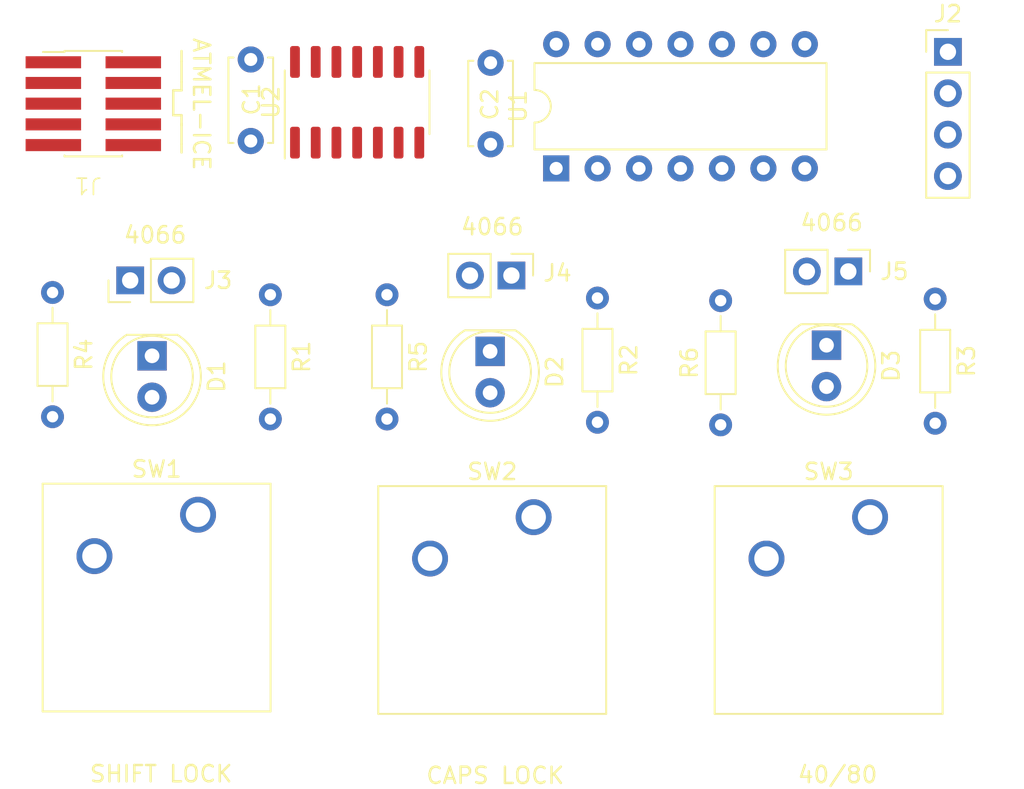
<source format=kicad_pcb>
(kicad_pcb (version 20221018) (generator pcbnew)
  (layers (0 "F.Cu" signal) (31 "B.Cu" signal) (34 "B.Paste" user) (35 "F.Paste" user) (36 "B.SilkS" user "B.Silkscreen") (37 "F.SilkS" user "F.Silkscreen") (38 "B.Mask" user) (39 "F.Mask" user) (44 "Edge.Cuts" user))
  (net 0 "")
  (net 2 "Net-(D1-A)")
  (net 3 "Net-(D2-A)")
  (net 4 "Net-(D3-A)")
  (net 9 "GND")
  (net 13 "VCC")
  (net 14 "EXOUT")
  (net 15 "SLOUT")
  (net 16 "CAPSOUT")
  (net 17 "4080OUT")
  (net 19 "N4080KEY")
  (net 20 "NCAPSKEY")
  (net 21 "NSLKEY")
  (net 22 "UPDI")
  (net 23 "/NSLLED")
  (net 24 "/NCAPSLED")
  (net 25 "/N4080LED")
  (net 26 "Net-(J3-Pin_1)")
  (net 27 "Net-(J3-Pin_2)")
  (net 28 "Net-(J4-Pin_1)")
  (net 29 "Net-(J4-Pin_2)")
  (net 30 "Net-(J5-Pin_1)")
  (net 31 "Net-(J5-Pin_2)")
  (footprint "Resistor_THT:R_Axial_DIN0204_L3.6mm_D1.6mm_P7.62mm_Horizontal" (layer "F.Cu") (at 132.65 88.83 -90)
    (fp_text reference "R5" (at 3.81 -1.92 90) (layer "F.SilkS"))
    (fp_text value "150")
    (fp_line (start 0.94 0) (end 1.89 0) (stroke (width 0.12)) (layer "F.SilkS"))
    (fp_line (start 1.89 -0.92) (end 1.89 0.92) (stroke (width 0.12)) (layer "F.SilkS"))
    (fp_line (start 1.89 0.92) (end 5.73 0.92) (stroke (width 0.12)) (layer "F.SilkS"))
    (fp_line (start 5.73 -0.92) (end 1.89 -0.92) (stroke (width 0.12)) (layer "F.SilkS"))
    (fp_line (start 5.73 0.92) (end 5.73 -0.92) (stroke (width 0.12)) (layer "F.SilkS"))
    (fp_line (start 6.68 0) (end 5.73 0) (stroke (width 0.12)) (layer "F.SilkS"))
    (pad "1" thru_hole circle (at 0 0 270) (size 1.4 1.4) (drill 0.7) (layers "*.Cu" "*.Mask") (net 13 "VCC"))
    (pad "2" thru_hole oval (at 7.62 0 270) (size 1.4 1.4) (drill 0.7) (layers "*.Cu" "*.Mask") (net 3 "Net-(D2-A)"))
  )
  (footprint "Button_Switch_Keyboard:SW_Cherry_MX_1.00u_PCB" (layer "F.Cu") (at 141.64 102.47)
    (fp_text reference "SW2" (at -2.54 -2.794) (layer "F.SilkS"))
    (fp_text value "SW_CAPS")
    (fp_line (start -9.525 -1.905) (end 4.445 -1.905) (stroke (width 0.12)) (layer "F.SilkS"))
    (fp_line (start -9.525 12.065) (end -9.525 -1.905) (stroke (width 0.12)) (layer "F.SilkS"))
    (fp_line (start 4.445 -1.905) (end 4.445 12.065) (stroke (width 0.12)) (layer "F.SilkS"))
    (fp_line (start 4.445 12.065) (end -9.525 12.065) (stroke (width 0.12)) (layer "F.SilkS"))
    (pad "" np_thru_hole circle (at -7.62 5.08) (size 1.7 1.7) (drill 1.7) (layers "*.Cu" "*.Mask"))
    (pad "" np_thru_hole circle (at -2.54 5.08) (size 4 4) (drill 4) (layers "*.Cu" "*.Mask"))
    (pad "" np_thru_hole circle (at 2.54 5.08) (size 1.7 1.7) (drill 1.7) (layers "*.Cu" "*.Mask"))
    (pad "1" thru_hole circle (at 0 0) (size 2.2 2.2) (drill 1.5) (layers "*.Cu" "*.Mask") (net 9 "GND"))
    (pad "2" thru_hole circle (at -6.35 2.54) (size 2.2 2.2) (drill 1.5) (layers "*.Cu" "*.Mask") (net 20 "NCAPSKEY"))
  )
  (footprint "LED_THT:LED_D5.0mm" (layer "F.Cu") (at 159.59 91.925 -90)
    (fp_text reference "D3" (at 1.27 -3.96 90) (layer "F.SilkS"))
    (fp_text value "LED")
    (fp_line (start -1.29 -1.545) (end -1.29 1.545) (stroke (width 0.12)) (layer "F.SilkS"))
    (fp_arc (start -1.29 -1.54483) (mid 2.072002 -2.880433) (end 4.26 0.000462) (stroke (width 0.12)) (layer "F.SilkS"))
    (fp_arc (start 4.26 -0.000462) (mid 2.072002 2.880433) (end -1.29 1.54483) (stroke (width 0.12)) (layer "F.SilkS"))
    (fp_circle (center 1.27 0) (end 3.77 0) (stroke (width 0.12)) (fill none) (layer "F.SilkS"))
    (pad "1" thru_hole rect (at 0 0 270) (size 1.8 1.8) (drill 0.9) (layers "*.Cu" "*.Mask") (net 25 "/N4080LED"))
    (pad "2" thru_hole circle (at 2.54 0 270) (size 1.8 1.8) (drill 0.9) (layers "*.Cu" "*.Mask") (net 4 "Net-(D3-A)"))
  )
  (footprint "Capacitor_THT:C_Disc_D5.0mm_W2.5mm_P5.00mm" (layer "F.Cu") (at 124.3 79.4 90)
    (fp_text reference "C1" (at 2.55 0.05 90) (layer "F.SilkS"))
    (fp_text value "C_Small")
    (fp_line (start -0.12 -1.37) (end -0.12 -1.055) (stroke (width 0.12)) (layer "F.SilkS"))
    (fp_line (start -0.12 -1.37) (end 5.12 -1.37) (stroke (width 0.12)) (layer "F.SilkS"))
    (fp_line (start -0.12 1.055) (end -0.12 1.37) (stroke (width 0.12)) (layer "F.SilkS"))
    (fp_line (start -0.12 1.37) (end 5.12 1.37) (stroke (width 0.12)) (layer "F.SilkS"))
    (fp_line (start 5.12 -1.37) (end 5.12 -1.055) (stroke (width 0.12)) (layer "F.SilkS"))
    (fp_line (start 5.12 1.055) (end 5.12 1.37) (stroke (width 0.12)) (layer "F.SilkS"))
    (pad "1" thru_hole circle (at 0 0 90) (size 1.6 1.6) (drill 0.8) (layers "*.Cu" "*.Mask") (net 13 "VCC"))
    (pad "2" thru_hole circle (at 5 0 90) (size 1.6 1.6) (drill 0.8) (layers "*.Cu" "*.Mask") (net 9 "GND"))
  )
  (footprint "Connector_PinHeader_2.54mm:PinHeader_1x02_P2.54mm_Vertical" (layer "F.Cu") (at 140.275 87.65 -90)
    (fp_text reference "J4" (at -0.15 -2.825) (layer "F.SilkS"))
    (fp_text value "Conn_01x02")
    (fp_line (start -1.33 -1.33) (end 0 -1.33) (stroke (width 0.12)) (layer "F.SilkS"))
    (fp_line (start -1.33 0) (end -1.33 -1.33) (stroke (width 0.12)) (layer "F.SilkS"))
    (fp_line (start -1.33 1.27) (end -1.33 3.87) (stroke (width 0.12)) (layer "F.SilkS"))
    (fp_line (start -1.33 1.27) (end 1.33 1.27) (stroke (width 0.12)) (layer "F.SilkS"))
    (fp_line (start -1.33 3.87) (end 1.33 3.87) (stroke (width 0.12)) (layer "F.SilkS"))
    (fp_line (start 1.33 1.27) (end 1.33 3.87) (stroke (width 0.12)) (layer "F.SilkS"))
    (pad "1" thru_hole rect (at 0 0 270) (size 1.7 1.7) (drill 1) (layers "*.Cu" "*.Mask") (net 28 "Net-(J4-Pin_1)"))
    (pad "2" thru_hole oval (at 0 2.54 270) (size 1.7 1.7) (drill 1) (layers "*.Cu" "*.Mask") (net 29 "Net-(J4-Pin_2)"))
  )
  (footprint "Package_DIP:DIP-14_W7.62mm" (layer "F.Cu") (at 143.02 81.08 90)
    (fp_text reference "U1" (at 3.81 -2.33 90) (layer "F.SilkS"))
    (fp_text value "CD4066BE")
    (fp_line (start 1.16 -1.33) (end 1.16 16.57) (stroke (width 0.12)) (layer "F.SilkS"))
    (fp_line (start 1.16 16.57) (end 6.46 16.57) (stroke (width 0.12)) (layer "F.SilkS"))
    (fp_line (start 2.81 -1.33) (end 1.16 -1.33) (stroke (width 0.12)) (layer "F.SilkS"))
    (fp_line (start 6.46 -1.33) (end 4.81 -1.33) (stroke (width 0.12)) (layer "F.SilkS"))
    (fp_line (start 6.46 16.57) (end 6.46 -1.33) (stroke (width 0.12)) (layer "F.SilkS"))
    (fp_arc (start 4.81 -1.33) (mid 3.81 -0.33) (end 2.81 -1.33) (stroke (width 0.12)) (layer "F.SilkS"))
    (pad "1" thru_hole rect (at 0 0 90) (size 1.6 1.6) (drill 0.8) (layers "*.Cu" "*.Mask") (net 26 "Net-(J3-Pin_1)"))
    (pad "2" thru_hole oval (at 0 2.54 90) (size 1.6 1.6) (drill 0.8) (layers "*.Cu" "*.Mask") (net 27 "Net-(J3-Pin_2)"))
    (pad "3" thru_hole oval (at 0 5.08 90) (size 1.6 1.6) (drill 0.8) (layers "*.Cu" "*.Mask") (net 29 "Net-(J4-Pin_2)"))
    (pad "4" thru_hole oval (at 0 7.62 90) (size 1.6 1.6) (drill 0.8) (layers "*.Cu" "*.Mask") (net 28 "Net-(J4-Pin_1)"))
    (pad "5" thru_hole oval (at 0 10.16 90) (size 1.6 1.6) (drill 0.8) (layers "*.Cu" "*.Mask") (net 16 "CAPSOUT"))
    (pad "6" thru_hole oval (at 0 12.7 90) (size 1.6 1.6) (drill 0.8) (layers "*.Cu" "*.Mask") (net 17 "4080OUT"))
    (pad "7" thru_hole oval (at 0 15.24 90) (size 1.6 1.6) (drill 0.8) (layers "*.Cu" "*.Mask") (net 9 "GND"))
    (pad "8" thru_hole oval (at 7.62 15.24 90) (size 1.6 1.6) (drill 0.8) (layers "*.Cu" "*.Mask") (net 30 "Net-(J5-Pin_1)"))
    (pad "9" thru_hole oval (at 7.62 12.7 90) (size 1.6 1.6) (drill 0.8) (layers "*.Cu" "*.Mask") (net 31 "Net-(J5-Pin_2)"))
    (pad "10" thru_hole oval (at 7.62 10.16 90) (size 1.6 1.6) (drill 0.8) (layers "*.Cu" "*.Mask"))
    (pad "11" thru_hole oval (at 7.62 7.62 90) (size 1.6 1.6) (drill 0.8) (layers "*.Cu" "*.Mask"))
    (pad "12" thru_hole oval (at 7.62 5.08 90) (size 1.6 1.6) (drill 0.8) (layers "*.Cu" "*.Mask"))
    (pad "13" thru_hole oval (at 7.62 2.54 90) (size 1.6 1.6) (drill 0.8) (layers "*.Cu" "*.Mask") (net 15 "SLOUT"))
    (pad "14" thru_hole oval (at 7.62 0 90) (size 1.6 1.6) (drill 0.8) (layers "*.Cu" "*.Mask") (net 13 "VCC"))
  )
  (footprint "Package_SO:SOIC-14_3.9x8.7mm_P1.27mm" (layer "F.Cu") (at 130.82 77.025 90)
    (fp_text reference "U2" (at 0 -5.28 90) (layer "F.SilkS"))
    (fp_text value "ATtiny214-SS")
    (fp_line (start 0 -4.435) (end -3.45 -4.435) (stroke (width 0.12)) (layer "F.SilkS"))
    (fp_line (start 0 -4.435) (end 1.95 -4.435) (stroke (width 0.12)) (layer "F.SilkS"))
    (fp_line (start 0 4.435) (end -1.95 4.435) (stroke (width 0.12)) (layer "F.SilkS"))
    (fp_line (start 0 4.435) (end 1.95 4.435) (stroke (width 0.12)) (layer "F.SilkS"))
    (pad "1" smd roundrect (at -2.475 -3.81 90) (size 1.95 0.6) (layers "F.Cu" "F.Paste" "F.Mask") (net 13 "VCC"))
    (pad "2" smd roundrect (at -2.475 -2.54 90) (size 1.95 0.6) (layers "F.Cu" "F.Paste" "F.Mask") (net 14 "EXOUT"))
    (pad "3" smd roundrect (at -2.475 -1.27 90) (size 1.95 0.6) (layers "F.Cu" "F.Paste" "F.Mask") (net 15 "SLOUT"))
    (pad "4" smd roundrect (at -2.475 0 90) (size 1.95 0.6) (layers "F.Cu" "F.Paste" "F.Mask") (net 16 "CAPSOUT"))
    (pad "5" smd roundrect (at -2.475 1.27 90) (size 1.95 0.6) (layers "F.Cu" "F.Paste" "F.Mask") (net 17 "4080OUT"))
    (pad "6" smd roundrect (at -2.475 2.54 90) (size 1.95 0.6) (layers "F.Cu" "F.Paste" "F.Mask"))
    (pad "7" smd roundrect (at -2.475 3.81 90) (size 1.95 0.6) (layers "F.Cu" "F.Paste" "F.Mask") (net 19 "N4080KEY"))
    (pad "8" smd roundrect (at 2.475 3.81 90) (size 1.95 0.6) (layers "F.Cu" "F.Paste" "F.Mask") (net 20 "NCAPSKEY"))
    (pad "9" smd roundrect (at 2.475 2.54 90) (size 1.95 0.6) (layers "F.Cu" "F.Paste" "F.Mask") (net 21 "NSLKEY"))
    (pad "10" smd roundrect (at 2.475 1.27 90) (size 1.95 0.6) (layers "F.Cu" "F.Paste" "F.Mask") (net 22 "UPDI"))
    (pad "11" smd roundrect (at 2.475 0 90) (size 1.95 0.6) (layers "F.Cu" "F.Paste" "F.Mask") (net 23 "/NSLLED"))
    (pad "12" smd roundrect (at 2.475 -1.27 90) (size 1.95 0.6) (layers "F.Cu" "F.Paste" "F.Mask") (net 24 "/NCAPSLED"))
    (pad "13" smd roundrect (at 2.475 -2.54 90) (size 1.95 0.6) (layers "F.Cu" "F.Paste" "F.Mask") (net 25 "/N4080LED"))
    (pad "14" smd roundrect (at 2.475 -3.81 90) (size 1.95 0.6) (layers "F.Cu" "F.Paste" "F.Mask") (net 9 "GND"))
  )
  (footprint "Resistor_THT:R_Axial_DIN0204_L3.6mm_D1.6mm_P7.62mm_Horizontal" (layer "F.Cu") (at 166.25 89.09 -90)
    (fp_text reference "R3" (at 3.81 -1.92 90) (layer "F.SilkS"))
    (fp_text value "10K")
    (fp_line (start 0.94 0) (end 1.89 0) (stroke (width 0.12)) (layer "F.SilkS"))
    (fp_line (start 1.89 -0.92) (end 1.89 0.92) (stroke (width 0.12)) (layer "F.SilkS"))
    (fp_line (start 1.89 0.92) (end 5.73 0.92) (stroke (width 0.12)) (layer "F.SilkS"))
    (fp_line (start 5.73 -0.92) (end 1.89 -0.92) (stroke (width 0.12)) (layer "F.SilkS"))
    (fp_line (start 5.73 0.92) (end 5.73 -0.92) (stroke (width 0.12)) (layer "F.SilkS"))
    (fp_line (start 6.68 0) (end 5.73 0) (stroke (width 0.12)) (layer "F.SilkS"))
    (pad "1" thru_hole circle (at 0 0 270) (size 1.4 1.4) (drill 0.7) (layers "*.Cu" "*.Mask") (net 13 "VCC"))
    (pad "2" thru_hole oval (at 7.62 0 270) (size 1.4 1.4) (drill 0.7) (layers "*.Cu" "*.Mask") (net 19 "N4080KEY"))
  )
  (footprint "Capacitor_THT:C_Disc_D5.0mm_W2.5mm_P5.00mm" (layer "F.Cu") (at 139 79.6 90)
    (fp_text reference "C2" (at 2.45 -0.05 90) (layer "F.SilkS"))
    (fp_text value "C_Small")
    (fp_line (start -0.12 -1.37) (end -0.12 -1.055) (stroke (width 0.12)) (layer "F.SilkS"))
    (fp_line (start -0.12 -1.37) (end 5.12 -1.37) (stroke (width 0.12)) (layer "F.SilkS"))
    (fp_line (start -0.12 1.055) (end -0.12 1.37) (stroke (width 0.12)) (layer "F.SilkS"))
    (fp_line (start -0.12 1.37) (end 5.12 1.37) (stroke (width 0.12)) (layer "F.SilkS"))
    (fp_line (start 5.12 -1.37) (end 5.12 -1.055) (stroke (width 0.12)) (layer "F.SilkS"))
    (fp_line (start 5.12 1.055) (end 5.12 1.37) (stroke (width 0.12)) (layer "F.SilkS"))
    (pad "1" thru_hole circle (at 0 0 90) (size 1.6 1.6) (drill 0.8) (layers "*.Cu" "*.Mask") (net 13 "VCC"))
    (pad "2" thru_hole circle (at 5 0 90) (size 1.6 1.6) (drill 0.8) (layers "*.Cu" "*.Mask") (net 9 "GND"))
  )
  (footprint "Button_Switch_Keyboard:SW_Cherry_MX_1.00u_PCB" (layer "F.Cu") (at 162.26 102.47)
    (fp_text reference "SW3" (at -2.54 -2.794) (layer "F.SilkS"))
    (fp_text value "SW_4080")
    (fp_line (start -9.525 -1.905) (end 4.445 -1.905) (stroke (width 0.12)) (layer "F.SilkS"))
    (fp_line (start -9.525 12.065) (end -9.525 -1.905) (stroke (width 0.12)) (layer "F.SilkS"))
    (fp_line (start 4.445 -1.905) (end 4.445 12.065) (stroke (width 0.12)) (layer "F.SilkS"))
    (fp_line (start 4.445 12.065) (end -9.525 12.065) (stroke (width 0.12)) (layer "F.SilkS"))
    (pad "" np_thru_hole circle (at -7.62 5.08) (size 1.7 1.7) (drill 1.7) (layers "*.Cu" "*.Mask"))
    (pad "" np_thru_hole circle (at -2.54 5.08) (size 4 4) (drill 4) (layers "*.Cu" "*.Mask"))
    (pad "" np_thru_hole circle (at 2.54 5.08) (size 1.7 1.7) (drill 1.7) (layers "*.Cu" "*.Mask"))
    (pad "1" thru_hole circle (at 0 0) (size 2.2 2.2) (drill 1.5) (layers "*.Cu" "*.Mask") (net 9 "GND"))
    (pad "2" thru_hole circle (at -6.35 2.54) (size 2.2 2.2) (drill 1.5) (layers "*.Cu" "*.Mask") (net 19 "N4080KEY"))
  )
  (footprint "LED_THT:LED_D5.0mm" (layer "F.Cu") (at 118.25 92.575 -90)
    (fp_text reference "D1" (at 1.27 -3.96 90) (layer "F.SilkS"))
    (fp_text value "LED")
    (fp_line (start -1.29 -1.545) (end -1.29 1.545) (stroke (width 0.12)) (layer "F.SilkS"))
    (fp_arc (start -1.29 -1.54483) (mid 2.072002 -2.880433) (end 4.26 0.000462) (stroke (width 0.12)) (layer "F.SilkS"))
    (fp_arc (start 4.26 -0.000462) (mid 2.072002 2.880433) (end -1.29 1.54483) (stroke (width 0.12)) (layer "F.SilkS"))
    (fp_circle (center 1.27 0) (end 3.77 0) (stroke (width 0.12)) (fill none) (layer "F.SilkS"))
    (pad "1" thru_hole rect (at 0 0 270) (size 1.8 1.8) (drill 0.9) (layers "*.Cu" "*.Mask") (net 23 "/NSLLED"))
    (pad "2" thru_hole circle (at 2.54 0 270) (size 1.8 1.8) (drill 0.9) (layers "*.Cu" "*.Mask") (net 2 "Net-(D1-A)"))
  )
  (footprint "Button_Switch_Keyboard:SW_Cherry_MX_1.00u_PCB" (layer "F.Cu") (at 121.07 102.32)
    (fp_text reference "SW1" (at -2.54 -2.794) (layer "F.SilkS"))
    (fp_text value "SW_SL")
    (fp_line (start -9.525 -1.905) (end 4.445 -1.905) (stroke (width 0.12)) (layer "F.SilkS"))
    (fp_line (start -9.525 12.065) (end -9.525 -1.905) (stroke (width 0.12)) (layer "F.SilkS"))
    (fp_line (start 4.445 -1.905) (end 4.445 12.065) (stroke (width 0.12)) (layer "F.SilkS"))
    (fp_line (start 4.445 12.065) (end -9.525 12.065) (stroke (width 0.12)) (layer "F.SilkS"))
    (pad "" np_thru_hole circle (at -7.62 5.08) (size 1.7 1.7) (drill 1.7) (layers "*.Cu" "*.Mask"))
    (pad "" np_thru_hole circle (at -2.54 5.08) (size 4 4) (drill 4) (layers "*.Cu" "*.Mask"))
    (pad "" np_thru_hole circle (at 2.54 5.08) (size 1.7 1.7) (drill 1.7) (layers "*.Cu" "*.Mask"))
    (pad "1" thru_hole circle (at 0 0) (size 2.2 2.2) (drill 1.5) (layers "*.Cu" "*.Mask") (net 9 "GND"))
    (pad "2" thru_hole circle (at -6.35 2.54) (size 2.2 2.2) (drill 1.5) (layers "*.Cu" "*.Mask") (net 21 "NSLKEY"))
  )
  (footprint "Connector_PinHeader_2.54mm:PinHeader_1x04_P2.54mm_Vertical" (layer "F.Cu") (at 167.03 73.93)
    (fp_text reference "J2" (at 0 -2.33) (layer "F.SilkS"))
    (fp_text value "Conn_01x04")
    (fp_line (start -1.33 -1.33) (end 0 -1.33) (stroke (width 0.12)) (layer "F.SilkS"))
    (fp_line (start -1.33 0) (end -1.33 -1.33) (stroke (width 0.12)) (layer "F.SilkS"))
    (fp_line (start -1.33 1.27) (end -1.33 8.95) (stroke (width 0.12)) (layer "F.SilkS"))
    (fp_line (start -1.33 1.27) (end 1.33 1.27) (stroke (width 0.12)) (layer "F.SilkS"))
    (fp_line (start -1.33 8.95) (end 1.33 8.95) (stroke (width 0.12)) (layer "F.SilkS"))
    (fp_line (start 1.33 1.27) (end 1.33 8.95) (stroke (width 0.12)) (layer "F.SilkS"))
    (pad "1" thru_hole rect (at 0 0) (size 1.7 1.7) (drill 1) (layers "*.Cu" "*.Mask"))
    (pad "2" thru_hole oval (at 0 2.54) (size 1.7 1.7) (drill 1) (layers "*.Cu" "*.Mask"))
    (pad "3" thru_hole oval (at 0 5.08) (size 1.7 1.7) (drill 1) (layers "*.Cu" "*.Mask"))
    (pad "4" thru_hole oval (at 0 7.62) (size 1.7 1.7) (drill 1) (layers "*.Cu" "*.Mask"))
  )
  (footprint "Resistor_THT:R_Axial_DIN0204_L3.6mm_D1.6mm_P7.62mm_Horizontal" (layer "F.Cu") (at 125.5 88.83 -90)
    (fp_text reference "R1" (at 3.81 -1.92 90) (layer "F.SilkS"))
    (fp_text value "10K")
    (fp_line (start 0.94 0) (end 1.89 0) (stroke (width 0.12)) (layer "F.SilkS"))
    (fp_line (start 1.89 -0.92) (end 1.89 0.92) (stroke (width 0.12)) (layer "F.SilkS"))
    (fp_line (start 1.89 0.92) (end 5.73 0.92) (stroke (width 0.12)) (layer "F.SilkS"))
    (fp_line (start 5.73 -0.92) (end 1.89 -0.92) (stroke (width 0.12)) (layer "F.SilkS"))
    (fp_line (start 5.73 0.92) (end 5.73 -0.92) (stroke (width 0.12)) (layer "F.SilkS"))
    (fp_line (start 6.68 0) (end 5.73 0) (stroke (width 0.12)) (layer "F.SilkS"))
    (pad "1" thru_hole circle (at 0 0 270) (size 1.4 1.4) (drill 0.7) (layers "*.Cu" "*.Mask") (net 13 "VCC"))
    (pad "2" thru_hole oval (at 7.62 0 270) (size 1.4 1.4) (drill 0.7) (layers "*.Cu" "*.Mask") (net 21 "NSLKEY"))
  )
  (footprint "Resistor_THT:R_Axial_DIN0204_L3.6mm_D1.6mm_P7.62mm_Horizontal" (layer "F.Cu") (at 112.15 88.69 -90)
    (fp_text reference "R4" (at 3.81 -1.92 90) (layer "F.SilkS"))
    (fp_text value "150")
    (fp_line (start 0.94 0) (end 1.89 0) (stroke (width 0.12)) (layer "F.SilkS"))
    (fp_line (start 1.89 -0.92) (end 1.89 0.92) (stroke (width 0.12)) (layer "F.SilkS"))
    (fp_line (start 1.89 0.92) (end 5.73 0.92) (stroke (width 0.12)) (layer "F.SilkS"))
    (fp_line (start 5.73 -0.92) (end 1.89 -0.92) (stroke (width 0.12)) (layer "F.SilkS"))
    (fp_line (start 5.73 0.92) (end 5.73 -0.92) (stroke (width 0.12)) (layer "F.SilkS"))
    (fp_line (start 6.68 0) (end 5.73 0) (stroke (width 0.12)) (layer "F.SilkS"))
    (pad "1" thru_hole circle (at 0 0 270) (size 1.4 1.4) (drill 0.7) (layers "*.Cu" "*.Mask") (net 13 "VCC"))
    (pad "2" thru_hole oval (at 7.62 0 270) (size 1.4 1.4) (drill 0.7) (layers "*.Cu" "*.Mask") (net 2 "Net-(D1-A)"))
  )
  (footprint "Resistor_THT:R_Axial_DIN0204_L3.6mm_D1.6mm_P7.62mm_Horizontal" (layer "F.Cu") (at 145.55 89.03 -90)
    (fp_text reference "R2" (at 3.81 -1.92 90) (layer "F.SilkS"))
    (fp_text value "10K")
    (fp_line (start 0.94 0) (end 1.89 0) (stroke (width 0.12)) (layer "F.SilkS"))
    (fp_line (start 1.89 -0.92) (end 1.89 0.92) (stroke (width 0.12)) (layer "F.SilkS"))
    (fp_line (start 1.89 0.92) (end 5.73 0.92) (stroke (width 0.12)) (layer "F.SilkS"))
    (fp_line (start 5.73 -0.92) (end 1.89 -0.92) (stroke (width 0.12)) (layer "F.SilkS"))
    (fp_line (start 5.73 0.92) (end 5.73 -0.92) (stroke (width 0.12)) (layer "F.SilkS"))
    (fp_line (start 6.68 0) (end 5.73 0) (stroke (width 0.12)) (layer "F.SilkS"))
    (pad "1" thru_hole circle (at 0 0 270) (size 1.4 1.4) (drill 0.7) (layers "*.Cu" "*.Mask") (net 13 "VCC"))
    (pad "2" thru_hole oval (at 7.62 0 270) (size 1.4 1.4) (drill 0.7) (layers "*.Cu" "*.Mask") (net 20 "NCAPSKEY"))
  )
  (footprint "Connector_PinHeader_2.54mm:PinHeader_1x02_P2.54mm_Vertical" (layer "F.Cu") (at 116.91 87.95 90)
    (fp_text reference "J3" (at 0 5.39) (layer "F.SilkS"))
    (fp_text value "Conn_01x02")
    (fp_line (start -1.33 -1.33) (end 0 -1.33) (stroke (width 0.12)) (layer "F.SilkS"))
    (fp_line (start -1.33 0) (end -1.33 -1.33) (stroke (width 0.12)) (layer "F.SilkS"))
    (fp_line (start -1.33 1.27) (end -1.33 3.87) (stroke (width 0.12)) (layer "F.SilkS"))
    (fp_line (start -1.33 1.27) (end 1.33 1.27) (stroke (width 0.12)) (layer "F.SilkS"))
    (fp_line (start -1.33 3.87) (end 1.33 3.87) (stroke (width 0.12)) (layer "F.SilkS"))
    (fp_line (start 1.33 1.27) (end 1.33 3.87) (stroke (width 0.12)) (layer "F.SilkS"))
    (pad "1" thru_hole rect (at 0 0 90) (size 1.7 1.7) (drill 1) (layers "*.Cu" "*.Mask") (net 26 "Net-(J3-Pin_1)"))
    (pad "2" thru_hole oval (at 0 2.54 90) (size 1.7 1.7) (drill 1) (layers "*.Cu" "*.Mask") (net 27 "Net-(J3-Pin_2)"))
  )
  (footprint "stevekey:PinHeader_2x05_P1.27mm_Shrouded_Vertical_SMD_Handsolder" (layer "F.Cu") (at 114.723 77.056 180)
    (fp_text reference "J1" (at 0.4 -5.08 180 unlocked) (layer "F.SilkS") (effects (font (thickness 0.1))))
    (fp_text value "ATMEL-ICE-10")
    (fp_text user "ATMEL-ICE" (at -5.969 4.064 270 unlocked) (layer "F.SilkS") (effects (justify left bottom)))
    (fp_line (start -5.334 -2.54) (end -5.334 -3.048) (stroke (width 0.15)) (layer "F.SilkS"))
    (fp_line (start -5.334 -2.54) (end -5.334 -1.27) (stroke (width 0.15)) (layer "F.SilkS"))
    (fp_line (start -5.334 -0.762) (end -5.334 -1.397) (stroke (width 0.15)) (layer "F.SilkS"))
    (fp_line (start -5.334 0.762) (end -5.334 1.27) (stroke (width 0.15)) (layer "F.SilkS"))
    (fp_line (start -5.334 0.762) (end -4.826 0.762) (stroke (width 0.15)) (layer "F.SilkS"))
    (fp_line (start -5.334 1.27) (end -5.334 2.54) (stroke (width 0.15)) (layer "F.SilkS"))
    (fp_line (start -5.334 2.54) (end -5.334 3.175) (stroke (width 0.15)) (layer "F.SilkS"))
    (fp_line (start -4.826 -0.762) (end -5.334 -0.762) (stroke (width 0.15)) (layer "F.SilkS"))
    (fp_line (start -4.826 0.762) (end -4.826 -0.762) (stroke (width 0.15)) (layer "F.SilkS"))
    (fp_line (start -1.692 -3.224) (end -1.692 -3.289) (stroke (width 0.12)) (layer "F.SilkS"))
    (fp_line (start -1.692 3.181) (end -1.692 3.116) (stroke (width 0.12)) (layer "F.SilkS"))
    (fp_line (start 1.838 -3.289) (end -1.692 -3.289) (stroke (width 0.12)) (layer "F.SilkS"))
    (fp_line (start 1.838 -3.224) (end 1.838 -3.289) (stroke (width 0.12)) (layer "F.SilkS"))
    (fp_line (start 1.838 3.181) (end -1.692 3.181) (stroke (width 0.12)) (layer "F.SilkS"))
    (fp_line (start 1.838 3.181) (end 1.838 3.116) (stroke (width 0.12)) (layer "F.SilkS"))
    (fp_line (start 3.163 3.116) (end 1.838 3.116) (stroke (width 0.12)) (layer "F.SilkS"))
    (pad "1" smd rect (at 2.523 2.486) (size 3.4 0.74) (layers "F.Cu" "F.Paste" "F.Mask"))
    (pad "2" smd rect (at -2.377 2.486) (size 3.4 0.74) (layers "F.Cu" "F.Paste" "F.Mask") (net 9 "GND"))
    (pad "3" smd rect (at 2.523 1.216) (size 3.4 0.74) (layers "F.Cu" "F.Paste" "F.Mask") (net 22 "UPDI"))
    (pad "4" smd rect (at -2.377 1.216) (size 3.4 0.74) (layers "F.Cu" "F.Paste" "F.Mask") (net 13 "VCC"))
    (pad "5" smd rect (at 2.523 -0.054) (size 3.4 0.74) (layers "F.Cu" "F.Paste" "F.Mask"))
    (pad "6" smd rect (at -2.377 -0.054) (size 3.4 0.74) (layers "F.Cu" "F.Paste" "F.Mask"))
    (pad "7" smd rect (at 2.523 -1.324) (size 3.4 0.74) (layers "F.Cu" "F.Paste" "F.Mask"))
    (pad "8" smd rect (at -2.377 -1.324) (size 3.4 0.74) (layers "F.Cu" "F.Paste" "F.Mask"))
    (pad "9" smd rect (at 2.523 -2.594) (size 3.4 0.74) (layers "F.Cu" "F.Paste" "F.Mask"))
    (pad "10" smd rect (at -2.377 -2.594) (size 3.4 0.74) (layers "F.Cu" "F.Paste" "F.Mask") (net 9 "GND"))
  )
  (footprint "LED_THT:LED_D5.0mm" (layer "F.Cu") (at 138.97 92.3 -90)
    (fp_text reference "D2" (at 1.27 -3.96 90) (layer "F.SilkS"))
    (fp_text value "LED")
    (fp_line (start -1.29 -1.545) (end -1.29 1.545) (stroke (width 0.12)) (layer "F.SilkS"))
    (fp_arc (start -1.29 -1.54483) (mid 2.072002 -2.880433) (end 4.26 0.000462) (stroke (width 0.12)) (layer "F.SilkS"))
    (fp_arc (start 4.26 -0.000462) (mid 2.072002 2.880433) (end -1.29 1.54483) (stroke (width 0.12)) (layer "F.SilkS"))
    (fp_circle (center 1.27 0) (end 3.77 0) (stroke (width 0.12)) (fill none) (layer "F.SilkS"))
    (pad "1" thru_hole rect (at 0 0 270) (size 1.8 1.8) (drill 0.9) (layers "*.Cu" "*.Mask") (net 24 "/NCAPSLED"))
    (pad "2" thru_hole circle (at 2.54 0 270) (size 1.8 1.8) (drill 0.9) (layers "*.Cu" "*.Mask") (net 3 "Net-(D2-A)"))
  )
  (footprint "Connector_PinHeader_2.54mm:PinHeader_1x02_P2.54mm_Vertical" (layer "F.Cu") (at 160.925 87.4 -90)
    (fp_text reference "J5" (at 0 -2.825) (layer "F.SilkS"))
    (fp_text value "Conn_01x02")
    (fp_line (start -1.33 -1.33) (end 0 -1.33) (stroke (width 0.12)) (layer "F.SilkS"))
    (fp_line (start -1.33 0) (end -1.33 -1.33) (stroke (width 0.12)) (layer "F.SilkS"))
    (fp_line (start -1.33 1.27) (end -1.33 3.87) (stroke (width 0.12)) (layer "F.SilkS"))
    (fp_line (start -1.33 1.27) (end 1.33 1.27) (stroke (width 0.12)) (layer "F.SilkS"))
    (fp_line (start -1.33 3.87) (end 1.33 3.87) (stroke (width 0.12)) (layer "F.SilkS"))
    (fp_line (start 1.33 1.27) (end 1.33 3.87) (stroke (width 0.12)) (layer "F.SilkS"))
    (pad "1" thru_hole rect (at 0 0 270) (size 1.7 1.7) (drill 1) (layers "*.Cu" "*.Mask") (net 30 "Net-(J5-Pin_1)"))
    (pad "2" thru_hole oval (at 0 2.54 270) (size 1.7 1.7) (drill 1) (layers "*.Cu" "*.Mask") (net 31 "Net-(J5-Pin_2)"))
  )
  (footprint "Resistor_THT:R_Axial_DIN0204_L3.6mm_D1.6mm_P7.62mm_Horizontal" (layer "F.Cu") (at 153.1 96.81 90)
    (fp_text reference "R6" (at 3.81 -1.92 90) (layer "F.SilkS"))
    (fp_text value "150")
    (fp_line (start 0.94 0) (end 1.89 0) (stroke (width 0.12)) (layer "F.SilkS"))
    (fp_line (start 1.89 -0.92) (end 1.89 0.92) (stroke (width 0.12)) (layer "F.SilkS"))
    (fp_line (start 1.89 0.92) (end 5.73 0.92) (stroke (width 0.12)) (layer "F.SilkS"))
    (fp_line (start 5.73 -0.92) (end 1.89 -0.92) (stroke (width 0.12)) (layer "F.SilkS"))
    (fp_line (start 5.73 0.92) (end 5.73 -0.92) (stroke (width 0.12)) (layer "F.SilkS"))
    (fp_line (start 6.68 0) (end 5.73 0) (stroke (width 0.12)) (layer "F.SilkS"))
    (pad "1" thru_hole circle (at 0 0 90) (size 1.4 1.4) (drill 0.7) (layers "*.Cu" "*.Mask") (net 13 "VCC"))
    (pad "2" thru_hole oval (at 7.62 0 90) (size 1.4 1.4) (drill 0.7) (layers "*.Cu" "*.Mask") (net 4 "Net-(D3-A)"))
  )
  (gr_text "SHIFT LOCK" (at 114.35 118.8) (layer "F.SilkS") (effects (font (size 1 1)) (justify left bottom)))
  (gr_text "4066" (at 157.9 85) (layer "F.SilkS") (effects (font (size 1 1)) (justify left bottom)))
  (gr_text "40/80" (at 157.74 118.85) (layer "F.SilkS") (effects (font (size 1 1)) (justify left bottom)))
  (gr_text "4066" (at 137.1 85.25) (layer "F.SilkS") (effects (font (size 1 1)) (justify left bottom)))
  (gr_text "4066" (at 116.435 85.75) (layer "F.SilkS") (effects (font (size 1 1)) (justify left bottom)))
  (gr_text "CAPS LOCK" (at 134.97 118.9) (layer "F.SilkS") (effects (font (size 1 1)) (justify left bottom)))
)
</source>
